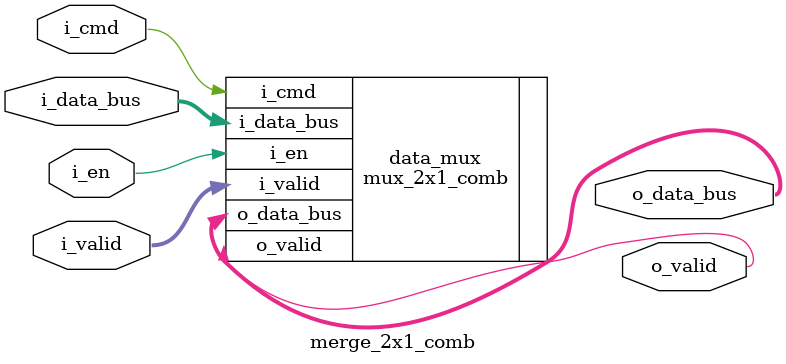
<source format=v>
`timescale 1ns / 1ps


module merge_2x1_comb#(
	parameter DATA_WIDTH = 32,
	parameter COMMAND_WIDTH = 1 // todo 
)(
    // data signals
	i_valid,        // valid input data signal
	i_data_bus,     // input data bus coming into distribute switch
	
	o_valid,        // output valid
    o_data_bus,     // output data 

	// control signals
	i_en,           // distribute switch enable
	i_cmd           // command 
);
	// interface
	input  [1:0]                i_valid;             
	input  [2*DATA_WIDTH-1:0]   i_data_bus;
	
	output                      o_valid;             
	output [DATA_WIDTH-1:0]     o_data_bus;
	    
	input                       i_en;
	input  [COMMAND_WIDTH-1:0] i_cmd;
                                // 0 --> Branch Low
                                // 1 --> Branch High
	
	mux_2x1_comb #(
		.DATA_WIDTH(DATA_WIDTH),
		.COMMAND_WIDTH(COMMAND_WIDTH)
	)data_mux(
		.i_valid(i_valid),
		.i_data_bus(i_data_bus),
		.o_valid(o_valid),
		.o_data_bus(o_data_bus),
		.i_en(i_en),
		.i_cmd(i_cmd)
	);


endmodule
</source>
